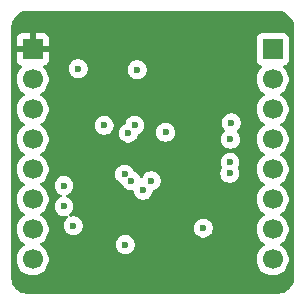
<source format=gbr>
%TF.GenerationSoftware,KiCad,Pcbnew,9.0.5*%
%TF.CreationDate,2025-12-22T17:05:02-05:00*%
%TF.ProjectId,stm32f072cb_breakout,73746d33-3266-4303-9732-63625f627265,rev?*%
%TF.SameCoordinates,Original*%
%TF.FileFunction,Copper,L3,Inr*%
%TF.FilePolarity,Positive*%
%FSLAX46Y46*%
G04 Gerber Fmt 4.6, Leading zero omitted, Abs format (unit mm)*
G04 Created by KiCad (PCBNEW 9.0.5) date 2025-12-22 17:05:02*
%MOMM*%
%LPD*%
G01*
G04 APERTURE LIST*
%TA.AperFunction,ComponentPad*%
%ADD10R,1.700000X1.700000*%
%TD*%
%TA.AperFunction,ComponentPad*%
%ADD11C,1.700000*%
%TD*%
%TA.AperFunction,ViaPad*%
%ADD12C,0.600000*%
%TD*%
G04 APERTURE END LIST*
D10*
%TO.N,USB_D-*%
%TO.C,J2*%
X160670000Y-71170000D03*
D11*
%TO.N,USB_D+*%
X160670000Y-73710000D03*
%TO.N,PA4*%
X160670000Y-76250000D03*
%TO.N,PA3*%
X160670000Y-78790000D03*
%TO.N,PA1*%
X160670000Y-81330000D03*
%TO.N,PA2*%
X160670000Y-83870000D03*
%TO.N,NRST*%
X160670000Y-86410000D03*
%TO.N,GND*%
X160670000Y-88950000D03*
%TD*%
D10*
%TO.N,3v3*%
%TO.C,J1*%
X140350000Y-71170000D03*
D11*
%TO.N,!CS*%
X140350000Y-73710000D03*
%TO.N,BOOT0*%
X140350000Y-76250000D03*
%TO.N,can_rx*%
X140350000Y-78790000D03*
%TO.N,can_tx*%
X140350000Y-81330000D03*
%TO.N,MOSI*%
X140350000Y-83870000D03*
%TO.N,MISO*%
X140350000Y-86410000D03*
%TO.N,SCLK*%
X140350000Y-88950000D03*
%TD*%
D12*
%TO.N,3v3*%
X150825200Y-87706200D03*
%TO.N,GND*%
X157175200Y-77393800D03*
X157099000Y-78790800D03*
X157060465Y-80708065D03*
X157025190Y-81663390D03*
%TO.N,3v3*%
X155270200Y-75488800D03*
X154635200Y-75133200D03*
X154025600Y-75539600D03*
X146608800Y-72796400D03*
%TO.N,GND*%
X151600000Y-78200000D03*
X143000000Y-82700000D03*
X146400000Y-77600000D03*
X144200000Y-72800000D03*
X154800000Y-86300000D03*
X149200000Y-72900000D03*
X148200000Y-87700000D03*
%TO.N,USB_D+*%
X148456137Y-78257179D03*
%TO.N,PA4*%
X150400000Y-82300000D03*
%TO.N,SCLK*%
X148696702Y-82296702D03*
X143800000Y-86100000D03*
%TO.N,MISO*%
X148131015Y-81731015D03*
X143000000Y-84470000D03*
%TO.N,NRST*%
X149700000Y-83100000D03*
%TO.N,USB_D-*%
X149000521Y-77599479D03*
%TD*%
%TA.AperFunction,Conductor*%
%TO.N,3v3*%
G36*
X161004418Y-67900816D02*
G01*
X161204561Y-67915130D01*
X161222063Y-67917647D01*
X161413797Y-67959355D01*
X161430755Y-67964334D01*
X161614609Y-68032909D01*
X161630701Y-68040259D01*
X161802904Y-68134288D01*
X161817784Y-68143849D01*
X161974867Y-68261441D01*
X161988237Y-68273027D01*
X162126972Y-68411762D01*
X162138558Y-68425132D01*
X162256146Y-68582210D01*
X162265711Y-68597095D01*
X162359740Y-68769298D01*
X162367090Y-68785390D01*
X162435662Y-68969236D01*
X162440646Y-68986212D01*
X162482351Y-69177931D01*
X162484869Y-69195442D01*
X162499184Y-69395580D01*
X162499500Y-69404427D01*
X162499500Y-90395572D01*
X162499184Y-90404419D01*
X162484869Y-90604557D01*
X162482351Y-90622068D01*
X162440646Y-90813787D01*
X162435662Y-90830763D01*
X162367090Y-91014609D01*
X162359740Y-91030701D01*
X162265711Y-91202904D01*
X162256146Y-91217789D01*
X162138558Y-91374867D01*
X162126972Y-91388237D01*
X161988237Y-91526972D01*
X161974867Y-91538558D01*
X161817789Y-91656146D01*
X161802904Y-91665711D01*
X161630701Y-91759740D01*
X161614609Y-91767090D01*
X161430763Y-91835662D01*
X161413787Y-91840646D01*
X161222068Y-91882351D01*
X161204557Y-91884869D01*
X161023779Y-91897799D01*
X161004417Y-91899184D01*
X160995572Y-91899500D01*
X140004428Y-91899500D01*
X139995582Y-91899184D01*
X139973622Y-91897613D01*
X139795442Y-91884869D01*
X139777931Y-91882351D01*
X139586212Y-91840646D01*
X139569236Y-91835662D01*
X139385390Y-91767090D01*
X139369298Y-91759740D01*
X139197095Y-91665711D01*
X139182210Y-91656146D01*
X139025132Y-91538558D01*
X139011762Y-91526972D01*
X138873027Y-91388237D01*
X138861441Y-91374867D01*
X138743849Y-91217784D01*
X138734288Y-91202904D01*
X138640259Y-91030701D01*
X138632909Y-91014609D01*
X138572091Y-90851551D01*
X138564334Y-90830755D01*
X138559355Y-90813797D01*
X138517647Y-90622063D01*
X138515130Y-90604556D01*
X138500816Y-90404418D01*
X138500500Y-90395572D01*
X138500500Y-73603713D01*
X138999500Y-73603713D01*
X138999500Y-73816286D01*
X139032753Y-74026239D01*
X139098444Y-74228414D01*
X139194951Y-74417820D01*
X139319890Y-74589786D01*
X139470213Y-74740109D01*
X139642182Y-74865050D01*
X139650946Y-74869516D01*
X139701742Y-74917491D01*
X139718536Y-74985312D01*
X139695998Y-75051447D01*
X139650946Y-75090484D01*
X139642182Y-75094949D01*
X139470213Y-75219890D01*
X139319890Y-75370213D01*
X139194951Y-75542179D01*
X139098444Y-75731585D01*
X139032753Y-75933760D01*
X138999500Y-76143713D01*
X138999500Y-76356287D01*
X139032754Y-76566243D01*
X139071146Y-76684402D01*
X139098444Y-76768414D01*
X139194951Y-76957820D01*
X139319890Y-77129786D01*
X139470213Y-77280109D01*
X139642182Y-77405050D01*
X139650946Y-77409516D01*
X139701742Y-77457491D01*
X139718536Y-77525312D01*
X139695998Y-77591447D01*
X139650946Y-77630484D01*
X139642182Y-77634949D01*
X139470213Y-77759890D01*
X139319890Y-77910213D01*
X139194951Y-78082179D01*
X139098444Y-78271585D01*
X139032753Y-78473760D01*
X139007001Y-78636351D01*
X138999500Y-78683713D01*
X138999500Y-78896287D01*
X139009534Y-78959644D01*
X139019775Y-79024301D01*
X139032754Y-79106243D01*
X139096063Y-79301088D01*
X139098444Y-79308414D01*
X139194951Y-79497820D01*
X139319890Y-79669786D01*
X139470213Y-79820109D01*
X139642182Y-79945050D01*
X139650946Y-79949516D01*
X139701742Y-79997491D01*
X139718536Y-80065312D01*
X139695998Y-80131447D01*
X139650946Y-80170484D01*
X139642182Y-80174949D01*
X139470213Y-80299890D01*
X139319890Y-80450213D01*
X139194951Y-80622179D01*
X139098444Y-80811585D01*
X139032753Y-81013760D01*
X138999500Y-81223713D01*
X138999500Y-81436286D01*
X139023419Y-81587308D01*
X139032754Y-81646243D01*
X139079368Y-81789707D01*
X139098444Y-81848414D01*
X139194951Y-82037820D01*
X139319890Y-82209786D01*
X139470213Y-82360109D01*
X139642182Y-82485050D01*
X139650946Y-82489516D01*
X139701742Y-82537491D01*
X139718536Y-82605312D01*
X139695998Y-82671447D01*
X139650946Y-82710484D01*
X139642182Y-82714949D01*
X139470213Y-82839890D01*
X139319890Y-82990213D01*
X139194951Y-83162179D01*
X139098444Y-83351585D01*
X139032753Y-83553760D01*
X138999500Y-83763713D01*
X138999500Y-83976286D01*
X139032753Y-84186239D01*
X139098444Y-84388414D01*
X139194951Y-84577820D01*
X139319890Y-84749786D01*
X139470213Y-84900109D01*
X139642182Y-85025050D01*
X139650946Y-85029516D01*
X139701742Y-85077491D01*
X139718536Y-85145312D01*
X139695998Y-85211447D01*
X139650946Y-85250484D01*
X139642182Y-85254949D01*
X139470213Y-85379890D01*
X139319890Y-85530213D01*
X139194951Y-85702179D01*
X139098444Y-85891585D01*
X139032753Y-86093760D01*
X138999500Y-86303713D01*
X138999500Y-86516287D01*
X139009534Y-86579644D01*
X139032048Y-86721789D01*
X139032754Y-86726243D01*
X139089373Y-86900499D01*
X139098444Y-86928414D01*
X139194951Y-87117820D01*
X139319890Y-87289786D01*
X139470213Y-87440109D01*
X139642182Y-87565050D01*
X139650946Y-87569516D01*
X139701742Y-87617491D01*
X139718536Y-87685312D01*
X139695998Y-87751447D01*
X139650946Y-87790484D01*
X139642182Y-87794949D01*
X139470213Y-87919890D01*
X139319890Y-88070213D01*
X139194951Y-88242179D01*
X139098444Y-88431585D01*
X139032753Y-88633760D01*
X138999500Y-88843713D01*
X138999500Y-89056286D01*
X139032753Y-89266239D01*
X139098444Y-89468414D01*
X139194951Y-89657820D01*
X139319890Y-89829786D01*
X139470213Y-89980109D01*
X139642179Y-90105048D01*
X139642181Y-90105049D01*
X139642184Y-90105051D01*
X139831588Y-90201557D01*
X140033757Y-90267246D01*
X140243713Y-90300500D01*
X140243714Y-90300500D01*
X140456286Y-90300500D01*
X140456287Y-90300500D01*
X140666243Y-90267246D01*
X140868412Y-90201557D01*
X141057816Y-90105051D01*
X141079789Y-90089086D01*
X141229786Y-89980109D01*
X141229788Y-89980106D01*
X141229792Y-89980104D01*
X141380104Y-89829792D01*
X141380106Y-89829788D01*
X141380109Y-89829786D01*
X141505048Y-89657820D01*
X141505047Y-89657820D01*
X141505051Y-89657816D01*
X141601557Y-89468412D01*
X141667246Y-89266243D01*
X141700500Y-89056287D01*
X141700500Y-88843713D01*
X141667246Y-88633757D01*
X141601557Y-88431588D01*
X141505051Y-88242184D01*
X141505049Y-88242181D01*
X141505048Y-88242179D01*
X141380109Y-88070213D01*
X141229786Y-87919890D01*
X141057820Y-87794951D01*
X141057115Y-87794591D01*
X141049054Y-87790485D01*
X141045819Y-87787428D01*
X141041511Y-87786305D01*
X141020648Y-87763657D01*
X140998259Y-87742512D01*
X140997188Y-87738189D01*
X140994172Y-87734915D01*
X140988865Y-87704584D01*
X140981463Y-87674692D01*
X140982899Y-87670476D01*
X140982132Y-87666091D01*
X140994064Y-87637709D01*
X140999706Y-87621153D01*
X147399500Y-87621153D01*
X147399500Y-87778846D01*
X147430261Y-87933489D01*
X147430264Y-87933501D01*
X147490602Y-88079172D01*
X147490609Y-88079185D01*
X147578210Y-88210288D01*
X147578213Y-88210292D01*
X147689707Y-88321786D01*
X147689711Y-88321789D01*
X147820814Y-88409390D01*
X147820827Y-88409397D01*
X147874402Y-88431588D01*
X147966503Y-88469737D01*
X148121153Y-88500499D01*
X148121156Y-88500500D01*
X148121158Y-88500500D01*
X148278844Y-88500500D01*
X148278845Y-88500499D01*
X148433497Y-88469737D01*
X148579179Y-88409394D01*
X148710289Y-88321789D01*
X148821789Y-88210289D01*
X148909394Y-88079179D01*
X148969737Y-87933497D01*
X149000500Y-87778842D01*
X149000500Y-87621158D01*
X149000500Y-87621155D01*
X149000499Y-87621153D01*
X148995090Y-87593960D01*
X148969737Y-87466503D01*
X148958802Y-87440104D01*
X148909397Y-87320827D01*
X148909390Y-87320814D01*
X148821789Y-87189711D01*
X148821786Y-87189707D01*
X148710292Y-87078213D01*
X148710288Y-87078210D01*
X148579185Y-86990609D01*
X148579172Y-86990602D01*
X148433501Y-86930264D01*
X148433489Y-86930261D01*
X148278845Y-86899500D01*
X148278842Y-86899500D01*
X148121158Y-86899500D01*
X148121155Y-86899500D01*
X147966510Y-86930261D01*
X147966498Y-86930264D01*
X147820827Y-86990602D01*
X147820814Y-86990609D01*
X147689711Y-87078210D01*
X147689707Y-87078213D01*
X147578213Y-87189707D01*
X147578210Y-87189711D01*
X147490609Y-87320814D01*
X147490602Y-87320827D01*
X147430264Y-87466498D01*
X147430261Y-87466510D01*
X147399500Y-87621153D01*
X140999706Y-87621153D01*
X141003999Y-87608556D01*
X141007972Y-87604631D01*
X141009212Y-87601683D01*
X141018777Y-87593960D01*
X141035170Y-87577770D01*
X141041839Y-87573191D01*
X141057816Y-87565051D01*
X141229792Y-87440104D01*
X141380104Y-87289792D01*
X141380106Y-87289788D01*
X141380109Y-87289786D01*
X141505048Y-87117820D01*
X141505047Y-87117820D01*
X141505051Y-87117816D01*
X141601557Y-86928412D01*
X141667246Y-86726243D01*
X141700500Y-86516287D01*
X141700500Y-86303713D01*
X141667246Y-86093757D01*
X141601557Y-85891588D01*
X141505051Y-85702184D01*
X141505049Y-85702181D01*
X141505048Y-85702179D01*
X141380109Y-85530213D01*
X141229786Y-85379890D01*
X141057820Y-85254951D01*
X141049233Y-85250576D01*
X141049054Y-85250485D01*
X140998259Y-85202512D01*
X140981463Y-85134692D01*
X141003999Y-85068556D01*
X141049054Y-85029515D01*
X141057816Y-85025051D01*
X141119426Y-84980289D01*
X141229786Y-84900109D01*
X141229788Y-84900106D01*
X141229792Y-84900104D01*
X141380104Y-84749792D01*
X141380106Y-84749788D01*
X141380109Y-84749786D01*
X141505048Y-84577820D01*
X141505047Y-84577820D01*
X141505051Y-84577816D01*
X141601557Y-84388412D01*
X141667246Y-84186243D01*
X141700500Y-83976287D01*
X141700500Y-83763713D01*
X141667246Y-83553757D01*
X141601557Y-83351588D01*
X141505051Y-83162184D01*
X141505049Y-83162181D01*
X141505048Y-83162179D01*
X141380109Y-82990213D01*
X141229790Y-82839894D01*
X141229785Y-82839890D01*
X141063556Y-82719118D01*
X141063546Y-82719112D01*
X141057816Y-82714949D01*
X141046026Y-82708942D01*
X141043093Y-82707239D01*
X141021288Y-82684261D01*
X140998259Y-82662512D01*
X140997414Y-82659103D01*
X140994998Y-82656557D01*
X140989077Y-82625436D01*
X140988016Y-82621153D01*
X142199500Y-82621153D01*
X142199500Y-82778846D01*
X142230261Y-82933489D01*
X142230264Y-82933501D01*
X142290602Y-83079172D01*
X142290609Y-83079185D01*
X142378210Y-83210288D01*
X142378213Y-83210292D01*
X142489707Y-83321786D01*
X142489711Y-83321789D01*
X142620814Y-83409390D01*
X142620827Y-83409397D01*
X142768197Y-83470439D01*
X142822601Y-83514280D01*
X142844666Y-83580574D01*
X142827387Y-83648273D01*
X142776250Y-83695884D01*
X142768197Y-83699561D01*
X142620827Y-83760602D01*
X142620814Y-83760609D01*
X142489711Y-83848210D01*
X142489707Y-83848213D01*
X142378213Y-83959707D01*
X142378210Y-83959711D01*
X142290609Y-84090814D01*
X142290602Y-84090827D01*
X142230264Y-84236498D01*
X142230261Y-84236510D01*
X142199500Y-84391153D01*
X142199500Y-84548846D01*
X142230261Y-84703489D01*
X142230264Y-84703501D01*
X142290602Y-84849172D01*
X142290609Y-84849185D01*
X142378210Y-84980288D01*
X142378213Y-84980292D01*
X142489707Y-85091786D01*
X142489711Y-85091789D01*
X142620814Y-85179390D01*
X142620827Y-85179397D01*
X142698204Y-85211447D01*
X142766503Y-85239737D01*
X142921153Y-85270499D01*
X142921156Y-85270500D01*
X142921158Y-85270500D01*
X143078844Y-85270500D01*
X143179458Y-85250486D01*
X143210310Y-85244349D01*
X143279902Y-85250576D01*
X143335079Y-85293439D01*
X143358324Y-85359328D01*
X143342257Y-85427325D01*
X143303395Y-85469067D01*
X143289709Y-85478211D01*
X143178213Y-85589707D01*
X143178210Y-85589711D01*
X143090609Y-85720814D01*
X143090602Y-85720827D01*
X143030264Y-85866498D01*
X143030261Y-85866510D01*
X142999500Y-86021153D01*
X142999500Y-86178846D01*
X143030261Y-86333489D01*
X143030264Y-86333501D01*
X143090602Y-86479172D01*
X143090609Y-86479185D01*
X143178210Y-86610288D01*
X143178213Y-86610292D01*
X143289707Y-86721786D01*
X143289711Y-86721789D01*
X143420814Y-86809390D01*
X143420827Y-86809397D01*
X143566498Y-86869735D01*
X143566503Y-86869737D01*
X143716131Y-86899500D01*
X143721153Y-86900499D01*
X143721156Y-86900500D01*
X143721158Y-86900500D01*
X143878844Y-86900500D01*
X143878845Y-86900499D01*
X144033497Y-86869737D01*
X144179179Y-86809394D01*
X144310289Y-86721789D01*
X144421789Y-86610289D01*
X144509394Y-86479179D01*
X144569737Y-86333497D01*
X144592083Y-86221158D01*
X144592084Y-86221153D01*
X153999500Y-86221153D01*
X153999500Y-86378846D01*
X154030261Y-86533489D01*
X154030264Y-86533501D01*
X154090602Y-86679172D01*
X154090609Y-86679185D01*
X154178210Y-86810288D01*
X154178213Y-86810292D01*
X154289707Y-86921786D01*
X154289711Y-86921789D01*
X154420814Y-87009390D01*
X154420827Y-87009397D01*
X154566498Y-87069735D01*
X154566503Y-87069737D01*
X154721153Y-87100499D01*
X154721156Y-87100500D01*
X154721158Y-87100500D01*
X154878844Y-87100500D01*
X154878845Y-87100499D01*
X155033497Y-87069737D01*
X155179179Y-87009394D01*
X155310289Y-86921789D01*
X155421789Y-86810289D01*
X155509394Y-86679179D01*
X155569737Y-86533497D01*
X155600500Y-86378842D01*
X155600500Y-86221158D01*
X155600500Y-86221155D01*
X155600499Y-86221153D01*
X155594476Y-86190874D01*
X155569737Y-86066503D01*
X155550955Y-86021158D01*
X155509397Y-85920827D01*
X155509390Y-85920814D01*
X155421789Y-85789711D01*
X155421786Y-85789707D01*
X155310292Y-85678213D01*
X155310288Y-85678210D01*
X155179185Y-85590609D01*
X155179172Y-85590602D01*
X155033501Y-85530264D01*
X155033489Y-85530261D01*
X154878845Y-85499500D01*
X154878842Y-85499500D01*
X154721158Y-85499500D01*
X154721155Y-85499500D01*
X154566510Y-85530261D01*
X154566498Y-85530264D01*
X154420827Y-85590602D01*
X154420814Y-85590609D01*
X154289711Y-85678210D01*
X154289707Y-85678213D01*
X154178213Y-85789707D01*
X154178210Y-85789711D01*
X154090609Y-85920814D01*
X154090602Y-85920827D01*
X154030264Y-86066498D01*
X154030261Y-86066510D01*
X153999500Y-86221153D01*
X144592084Y-86221153D01*
X144598107Y-86190875D01*
X144598107Y-86190874D01*
X144600500Y-86178844D01*
X144600500Y-86021155D01*
X144600499Y-86021153D01*
X144580543Y-85920827D01*
X144569737Y-85866503D01*
X144537929Y-85789711D01*
X144509397Y-85720827D01*
X144509390Y-85720814D01*
X144421789Y-85589711D01*
X144421786Y-85589707D01*
X144310292Y-85478213D01*
X144310288Y-85478210D01*
X144179185Y-85390609D01*
X144179172Y-85390602D01*
X144033501Y-85330264D01*
X144033489Y-85330261D01*
X143878845Y-85299500D01*
X143878842Y-85299500D01*
X143721158Y-85299500D01*
X143721153Y-85299500D01*
X143589688Y-85325650D01*
X143520096Y-85319423D01*
X143464919Y-85276560D01*
X143441675Y-85210670D01*
X143457743Y-85142673D01*
X143496607Y-85100930D01*
X143510289Y-85091789D01*
X143621789Y-84980289D01*
X143709394Y-84849179D01*
X143769737Y-84703497D01*
X143800500Y-84548842D01*
X143800500Y-84391158D01*
X143800500Y-84391155D01*
X143800499Y-84391153D01*
X143769738Y-84236510D01*
X143769737Y-84236503D01*
X143748917Y-84186239D01*
X143709397Y-84090827D01*
X143709390Y-84090814D01*
X143621789Y-83959711D01*
X143621786Y-83959707D01*
X143510292Y-83848213D01*
X143510288Y-83848210D01*
X143379185Y-83760609D01*
X143379172Y-83760602D01*
X143231802Y-83699561D01*
X143177398Y-83655721D01*
X143155333Y-83589427D01*
X143172612Y-83521727D01*
X143223749Y-83474116D01*
X143231802Y-83470439D01*
X143379172Y-83409397D01*
X143379172Y-83409396D01*
X143379179Y-83409394D01*
X143510289Y-83321789D01*
X143621789Y-83210289D01*
X143709394Y-83079179D01*
X143769737Y-82933497D01*
X143800500Y-82778842D01*
X143800500Y-82621158D01*
X143800500Y-82621155D01*
X143800499Y-82621153D01*
X143796291Y-82600000D01*
X143769737Y-82466503D01*
X143755912Y-82433127D01*
X143709397Y-82320827D01*
X143709390Y-82320814D01*
X143621789Y-82189711D01*
X143621786Y-82189707D01*
X143510292Y-82078213D01*
X143510288Y-82078210D01*
X143379185Y-81990609D01*
X143379172Y-81990602D01*
X143233501Y-81930264D01*
X143233489Y-81930261D01*
X143078845Y-81899500D01*
X143078842Y-81899500D01*
X142921158Y-81899500D01*
X142921155Y-81899500D01*
X142766510Y-81930261D01*
X142766498Y-81930264D01*
X142620827Y-81990602D01*
X142620814Y-81990609D01*
X142489711Y-82078210D01*
X142489707Y-82078213D01*
X142378213Y-82189707D01*
X142378210Y-82189711D01*
X142290609Y-82320814D01*
X142290602Y-82320827D01*
X142230264Y-82466498D01*
X142230261Y-82466510D01*
X142199500Y-82621153D01*
X140988016Y-82621153D01*
X140981463Y-82594692D01*
X140982595Y-82591368D01*
X140981939Y-82587919D01*
X140993783Y-82558536D01*
X141003999Y-82528556D01*
X141006871Y-82526067D01*
X141008061Y-82523116D01*
X141020214Y-82514505D01*
X141049054Y-82489515D01*
X141057816Y-82485051D01*
X141119261Y-82440409D01*
X141229786Y-82360109D01*
X141229788Y-82360106D01*
X141229792Y-82360104D01*
X141380104Y-82209792D01*
X141380106Y-82209788D01*
X141380109Y-82209786D01*
X141505048Y-82037820D01*
X141505047Y-82037820D01*
X141505051Y-82037816D01*
X141601557Y-81848412D01*
X141665321Y-81652168D01*
X147330515Y-81652168D01*
X147330515Y-81809861D01*
X147361276Y-81964504D01*
X147361279Y-81964516D01*
X147421617Y-82110187D01*
X147421624Y-82110200D01*
X147509225Y-82241303D01*
X147509228Y-82241307D01*
X147620722Y-82352801D01*
X147620726Y-82352804D01*
X147751829Y-82440405D01*
X147751842Y-82440412D01*
X147870886Y-82489721D01*
X147925290Y-82533561D01*
X147937995Y-82556829D01*
X147987306Y-82675878D01*
X147987311Y-82675887D01*
X148074912Y-82806990D01*
X148074915Y-82806994D01*
X148186409Y-82918488D01*
X148186413Y-82918491D01*
X148317516Y-83006092D01*
X148317529Y-83006099D01*
X148463200Y-83066437D01*
X148463205Y-83066439D01*
X148612777Y-83096191D01*
X148617855Y-83097201D01*
X148617858Y-83097202D01*
X148781496Y-83097202D01*
X148848535Y-83116887D01*
X148894290Y-83169691D01*
X148903113Y-83197010D01*
X148930261Y-83333491D01*
X148930264Y-83333501D01*
X148990602Y-83479172D01*
X148990609Y-83479185D01*
X149078210Y-83610288D01*
X149078213Y-83610292D01*
X149189707Y-83721786D01*
X149189711Y-83721789D01*
X149320814Y-83809390D01*
X149320827Y-83809397D01*
X149414534Y-83848211D01*
X149466503Y-83869737D01*
X149621153Y-83900499D01*
X149621156Y-83900500D01*
X149621158Y-83900500D01*
X149778844Y-83900500D01*
X149778845Y-83900499D01*
X149933497Y-83869737D01*
X150079179Y-83809394D01*
X150210289Y-83721789D01*
X150321789Y-83610289D01*
X150409394Y-83479179D01*
X150469737Y-83333497D01*
X150494245Y-83210288D01*
X150501454Y-83174049D01*
X150533839Y-83112138D01*
X150594555Y-83077564D01*
X150598880Y-83076623D01*
X150611353Y-83074141D01*
X150633497Y-83069737D01*
X150779179Y-83009394D01*
X150910289Y-82921789D01*
X151021789Y-82810289D01*
X151109394Y-82679179D01*
X151169737Y-82533497D01*
X151200500Y-82378842D01*
X151200500Y-82221158D01*
X151200500Y-82221155D01*
X151200499Y-82221153D01*
X151191056Y-82173679D01*
X151169737Y-82066503D01*
X151159823Y-82042569D01*
X151109397Y-81920827D01*
X151109390Y-81920814D01*
X151021789Y-81789711D01*
X151021786Y-81789707D01*
X150910292Y-81678213D01*
X150910287Y-81678209D01*
X150779185Y-81590609D01*
X150779172Y-81590602D01*
X150764544Y-81584543D01*
X156224690Y-81584543D01*
X156224690Y-81742236D01*
X156255451Y-81896879D01*
X156255454Y-81896891D01*
X156315792Y-82042562D01*
X156315799Y-82042575D01*
X156403400Y-82173678D01*
X156403403Y-82173682D01*
X156514897Y-82285176D01*
X156514901Y-82285179D01*
X156646004Y-82372780D01*
X156646017Y-82372787D01*
X156791688Y-82433125D01*
X156791693Y-82433127D01*
X156946343Y-82463889D01*
X156946346Y-82463890D01*
X156946348Y-82463890D01*
X157104034Y-82463890D01*
X157104035Y-82463889D01*
X157258687Y-82433127D01*
X157404369Y-82372784D01*
X157535479Y-82285179D01*
X157646979Y-82173679D01*
X157734584Y-82042569D01*
X157794927Y-81896887D01*
X157825690Y-81742232D01*
X157825690Y-81584548D01*
X157825690Y-81584545D01*
X157825689Y-81584543D01*
X157814892Y-81530263D01*
X157794927Y-81429893D01*
X157794925Y-81429888D01*
X157734587Y-81284217D01*
X157734580Y-81284204D01*
X157732451Y-81281018D01*
X157731847Y-81279092D01*
X157731711Y-81278836D01*
X157731759Y-81278810D01*
X157711570Y-81214342D01*
X157730052Y-81146961D01*
X157732423Y-81143269D01*
X157769859Y-81087244D01*
X157830202Y-80941562D01*
X157860965Y-80786907D01*
X157860965Y-80629223D01*
X157860965Y-80629220D01*
X157860964Y-80629218D01*
X157830203Y-80474575D01*
X157830202Y-80474568D01*
X157820112Y-80450208D01*
X157769862Y-80328892D01*
X157769855Y-80328879D01*
X157682254Y-80197776D01*
X157682251Y-80197772D01*
X157570757Y-80086278D01*
X157570753Y-80086275D01*
X157439650Y-79998674D01*
X157439637Y-79998667D01*
X157293966Y-79938329D01*
X157293954Y-79938326D01*
X157139310Y-79907565D01*
X157139307Y-79907565D01*
X156981623Y-79907565D01*
X156981620Y-79907565D01*
X156826975Y-79938326D01*
X156826963Y-79938329D01*
X156681292Y-79998667D01*
X156681279Y-79998674D01*
X156550176Y-80086275D01*
X156550172Y-80086278D01*
X156438678Y-80197772D01*
X156438675Y-80197776D01*
X156351074Y-80328879D01*
X156351067Y-80328892D01*
X156290729Y-80474563D01*
X156290726Y-80474575D01*
X156259965Y-80629218D01*
X156259965Y-80786911D01*
X156290726Y-80941554D01*
X156290729Y-80941566D01*
X156351067Y-81087237D01*
X156351075Y-81087251D01*
X156353205Y-81090439D01*
X156353807Y-81092364D01*
X156353944Y-81092619D01*
X156353895Y-81092644D01*
X156374084Y-81157116D01*
X156355600Y-81224496D01*
X156353207Y-81228221D01*
X156315794Y-81284214D01*
X156255454Y-81429888D01*
X156255451Y-81429900D01*
X156224690Y-81584543D01*
X150764544Y-81584543D01*
X150633501Y-81530264D01*
X150633489Y-81530261D01*
X150478845Y-81499500D01*
X150478842Y-81499500D01*
X150321158Y-81499500D01*
X150321155Y-81499500D01*
X150166510Y-81530261D01*
X150166498Y-81530264D01*
X150020827Y-81590602D01*
X150020814Y-81590609D01*
X149889711Y-81678210D01*
X149889707Y-81678213D01*
X149778213Y-81789707D01*
X149778210Y-81789711D01*
X149690609Y-81920814D01*
X149690604Y-81920823D01*
X149663595Y-81986031D01*
X149619754Y-82040434D01*
X149553460Y-82062499D01*
X149485761Y-82045220D01*
X149438150Y-81994083D01*
X149434473Y-81986031D01*
X149406097Y-81917525D01*
X149406092Y-81917516D01*
X149318491Y-81786413D01*
X149318488Y-81786409D01*
X149206994Y-81674915D01*
X149206990Y-81674912D01*
X149075887Y-81587311D01*
X149075878Y-81587306D01*
X148956829Y-81537995D01*
X148902426Y-81494154D01*
X148889721Y-81470886D01*
X148840412Y-81351842D01*
X148840405Y-81351829D01*
X148752804Y-81220726D01*
X148752801Y-81220722D01*
X148641307Y-81109228D01*
X148641303Y-81109225D01*
X148510200Y-81021624D01*
X148510187Y-81021617D01*
X148364516Y-80961279D01*
X148364504Y-80961276D01*
X148209860Y-80930515D01*
X148209857Y-80930515D01*
X148052173Y-80930515D01*
X148052170Y-80930515D01*
X147897525Y-80961276D01*
X147897513Y-80961279D01*
X147751842Y-81021617D01*
X147751829Y-81021624D01*
X147620726Y-81109225D01*
X147620722Y-81109228D01*
X147509228Y-81220722D01*
X147509225Y-81220726D01*
X147421624Y-81351829D01*
X147421617Y-81351842D01*
X147361279Y-81497513D01*
X147361276Y-81497525D01*
X147330515Y-81652168D01*
X141665321Y-81652168D01*
X141667246Y-81646243D01*
X141700500Y-81436287D01*
X141700500Y-81223713D01*
X141667246Y-81013757D01*
X141601557Y-80811588D01*
X141505051Y-80622184D01*
X141505049Y-80622181D01*
X141505048Y-80622179D01*
X141380109Y-80450213D01*
X141229786Y-80299890D01*
X141057820Y-80174951D01*
X141057115Y-80174591D01*
X141049054Y-80170485D01*
X140998259Y-80122512D01*
X140981463Y-80054692D01*
X141003999Y-79988556D01*
X141049054Y-79949515D01*
X141057816Y-79945051D01*
X141079789Y-79929086D01*
X141229786Y-79820109D01*
X141229788Y-79820106D01*
X141229792Y-79820104D01*
X141380104Y-79669792D01*
X141380106Y-79669788D01*
X141380109Y-79669786D01*
X141505048Y-79497820D01*
X141505047Y-79497820D01*
X141505051Y-79497816D01*
X141601557Y-79308412D01*
X141667246Y-79106243D01*
X141700500Y-78896287D01*
X141700500Y-78683713D01*
X141667246Y-78473757D01*
X141601557Y-78271588D01*
X141505051Y-78082184D01*
X141505049Y-78082181D01*
X141505048Y-78082179D01*
X141380109Y-77910213D01*
X141229786Y-77759890D01*
X141057820Y-77634951D01*
X141057115Y-77634591D01*
X141049054Y-77630485D01*
X141039900Y-77621839D01*
X141028232Y-77617103D01*
X141014979Y-77598303D01*
X140998259Y-77582512D01*
X140995231Y-77570289D01*
X140987976Y-77559996D01*
X140986991Y-77537014D01*
X140983063Y-77521153D01*
X145599500Y-77521153D01*
X145599500Y-77678846D01*
X145630261Y-77833489D01*
X145630264Y-77833501D01*
X145690602Y-77979172D01*
X145690609Y-77979185D01*
X145778210Y-78110288D01*
X145778213Y-78110292D01*
X145889707Y-78221786D01*
X145889711Y-78221789D01*
X146020814Y-78309390D01*
X146020827Y-78309397D01*
X146166498Y-78369735D01*
X146166503Y-78369737D01*
X146321153Y-78400499D01*
X146321156Y-78400500D01*
X146321158Y-78400500D01*
X146478844Y-78400500D01*
X146478845Y-78400499D01*
X146633497Y-78369737D01*
X146779179Y-78309394D01*
X146910289Y-78221789D01*
X146953746Y-78178332D01*
X147655637Y-78178332D01*
X147655637Y-78336025D01*
X147686398Y-78490668D01*
X147686401Y-78490680D01*
X147746739Y-78636351D01*
X147746746Y-78636364D01*
X147834347Y-78767467D01*
X147834350Y-78767471D01*
X147945844Y-78878965D01*
X147945848Y-78878968D01*
X148076951Y-78966569D01*
X148076964Y-78966576D01*
X148216298Y-79024289D01*
X148222640Y-79026916D01*
X148377290Y-79057678D01*
X148377293Y-79057679D01*
X148377295Y-79057679D01*
X148534981Y-79057679D01*
X148534982Y-79057678D01*
X148689634Y-79026916D01*
X148827675Y-78969738D01*
X148835309Y-78966576D01*
X148835309Y-78966575D01*
X148835316Y-78966573D01*
X148966426Y-78878968D01*
X149077926Y-78767468D01*
X149165531Y-78636358D01*
X149225874Y-78490676D01*
X149238541Y-78426990D01*
X149270924Y-78365082D01*
X149312703Y-78336623D01*
X149379700Y-78308873D01*
X149510810Y-78221268D01*
X149610925Y-78121153D01*
X150799500Y-78121153D01*
X150799500Y-78278846D01*
X150830261Y-78433489D01*
X150830264Y-78433501D01*
X150890602Y-78579172D01*
X150890609Y-78579185D01*
X150978210Y-78710288D01*
X150978213Y-78710292D01*
X151089707Y-78821786D01*
X151089711Y-78821789D01*
X151220814Y-78909390D01*
X151220827Y-78909397D01*
X151366498Y-78969735D01*
X151366503Y-78969737D01*
X151521153Y-79000499D01*
X151521156Y-79000500D01*
X151521158Y-79000500D01*
X151678844Y-79000500D01*
X151678845Y-79000499D01*
X151833497Y-78969737D01*
X151979179Y-78909394D01*
X152110289Y-78821789D01*
X152220125Y-78711953D01*
X156298500Y-78711953D01*
X156298500Y-78869646D01*
X156329261Y-79024289D01*
X156329264Y-79024301D01*
X156389602Y-79169972D01*
X156389609Y-79169985D01*
X156477210Y-79301088D01*
X156477213Y-79301092D01*
X156588707Y-79412586D01*
X156588711Y-79412589D01*
X156719814Y-79500190D01*
X156719827Y-79500197D01*
X156865498Y-79560535D01*
X156865503Y-79560537D01*
X157020153Y-79591299D01*
X157020156Y-79591300D01*
X157020158Y-79591300D01*
X157177844Y-79591300D01*
X157177845Y-79591299D01*
X157332497Y-79560537D01*
X157478179Y-79500194D01*
X157609289Y-79412589D01*
X157720789Y-79301089D01*
X157808394Y-79169979D01*
X157868737Y-79024297D01*
X157899500Y-78869642D01*
X157899500Y-78711958D01*
X157899500Y-78711955D01*
X157899499Y-78711953D01*
X157884461Y-78636351D01*
X157868737Y-78557303D01*
X157841140Y-78490677D01*
X157808397Y-78411627D01*
X157808390Y-78411614D01*
X157720789Y-78280511D01*
X157720786Y-78280507D01*
X157654681Y-78214402D01*
X157621196Y-78153079D01*
X157626180Y-78083387D01*
X157668052Y-78027454D01*
X157673451Y-78023632D01*
X157685489Y-78015589D01*
X157796989Y-77904089D01*
X157884594Y-77772979D01*
X157944937Y-77627297D01*
X157975700Y-77472642D01*
X157975700Y-77314958D01*
X157975700Y-77314955D01*
X157975699Y-77314953D01*
X157944938Y-77160310D01*
X157944937Y-77160303D01*
X157915697Y-77089711D01*
X157884597Y-77014627D01*
X157884590Y-77014614D01*
X157796989Y-76883511D01*
X157796986Y-76883507D01*
X157685492Y-76772013D01*
X157685488Y-76772010D01*
X157554385Y-76684409D01*
X157554372Y-76684402D01*
X157408701Y-76624064D01*
X157408689Y-76624061D01*
X157254045Y-76593300D01*
X157254042Y-76593300D01*
X157096358Y-76593300D01*
X157096355Y-76593300D01*
X156941710Y-76624061D01*
X156941698Y-76624064D01*
X156796027Y-76684402D01*
X156796014Y-76684409D01*
X156664911Y-76772010D01*
X156664907Y-76772013D01*
X156553413Y-76883507D01*
X156553410Y-76883511D01*
X156465809Y-77014614D01*
X156465802Y-77014627D01*
X156405464Y-77160298D01*
X156405461Y-77160310D01*
X156374700Y-77314953D01*
X156374700Y-77472646D01*
X156405461Y-77627289D01*
X156405464Y-77627301D01*
X156465802Y-77772972D01*
X156465809Y-77772985D01*
X156553410Y-77904088D01*
X156553413Y-77904092D01*
X156619518Y-77970197D01*
X156653003Y-78031520D01*
X156648019Y-78101212D01*
X156606147Y-78157145D01*
X156600733Y-78160977D01*
X156588711Y-78169010D01*
X156588707Y-78169013D01*
X156477213Y-78280507D01*
X156477210Y-78280511D01*
X156389609Y-78411614D01*
X156389602Y-78411627D01*
X156329264Y-78557298D01*
X156329261Y-78557310D01*
X156298500Y-78711953D01*
X152220125Y-78711953D01*
X152221789Y-78710289D01*
X152309394Y-78579179D01*
X152369737Y-78433497D01*
X152400500Y-78278842D01*
X152400500Y-78121158D01*
X152400500Y-78121155D01*
X152400499Y-78121153D01*
X152396959Y-78103355D01*
X152369737Y-77966503D01*
X152343886Y-77904092D01*
X152309397Y-77820827D01*
X152309390Y-77820814D01*
X152221789Y-77689711D01*
X152221786Y-77689707D01*
X152110292Y-77578213D01*
X152110288Y-77578210D01*
X151979185Y-77490609D01*
X151979172Y-77490602D01*
X151833501Y-77430264D01*
X151833489Y-77430261D01*
X151678845Y-77399500D01*
X151678842Y-77399500D01*
X151521158Y-77399500D01*
X151521155Y-77399500D01*
X151366510Y-77430261D01*
X151366498Y-77430264D01*
X151220827Y-77490602D01*
X151220814Y-77490609D01*
X151089711Y-77578210D01*
X151089707Y-77578213D01*
X150978213Y-77689707D01*
X150978210Y-77689711D01*
X150890609Y-77820814D01*
X150890602Y-77820827D01*
X150830264Y-77966498D01*
X150830261Y-77966510D01*
X150799500Y-78121153D01*
X149610925Y-78121153D01*
X149622310Y-78109768D01*
X149679827Y-78023689D01*
X149709911Y-77978664D01*
X149709911Y-77978663D01*
X149709915Y-77978658D01*
X149770258Y-77832976D01*
X149801021Y-77678321D01*
X149801021Y-77520637D01*
X149801021Y-77520634D01*
X149801020Y-77520632D01*
X149795856Y-77494671D01*
X149770258Y-77365982D01*
X149770256Y-77365977D01*
X149709918Y-77220306D01*
X149709911Y-77220293D01*
X149622310Y-77089190D01*
X149622307Y-77089186D01*
X149510813Y-76977692D01*
X149510809Y-76977689D01*
X149379706Y-76890088D01*
X149379693Y-76890081D01*
X149234022Y-76829743D01*
X149234010Y-76829740D01*
X149079366Y-76798979D01*
X149079363Y-76798979D01*
X148921679Y-76798979D01*
X148921676Y-76798979D01*
X148767031Y-76829740D01*
X148767019Y-76829743D01*
X148621348Y-76890081D01*
X148621335Y-76890088D01*
X148490232Y-76977689D01*
X148490228Y-76977692D01*
X148378734Y-77089186D01*
X148378731Y-77089190D01*
X148291130Y-77220293D01*
X148291123Y-77220306D01*
X148230784Y-77365979D01*
X148230782Y-77365986D01*
X148218115Y-77429666D01*
X148185729Y-77491577D01*
X148143953Y-77520033D01*
X148076963Y-77547782D01*
X148076951Y-77547788D01*
X147945848Y-77635389D01*
X147945844Y-77635392D01*
X147834350Y-77746886D01*
X147834347Y-77746890D01*
X147746746Y-77877993D01*
X147746739Y-77878006D01*
X147686401Y-78023677D01*
X147686398Y-78023689D01*
X147655637Y-78178332D01*
X146953746Y-78178332D01*
X147021789Y-78110289D01*
X147109394Y-77979179D01*
X147113115Y-77970197D01*
X147137960Y-77910213D01*
X147169737Y-77833497D01*
X147200500Y-77678842D01*
X147200500Y-77521158D01*
X147200500Y-77521155D01*
X147200499Y-77521153D01*
X147190850Y-77472644D01*
X147169737Y-77366503D01*
X147148387Y-77314958D01*
X147109397Y-77220827D01*
X147109390Y-77220814D01*
X147021789Y-77089711D01*
X147021786Y-77089707D01*
X146910292Y-76978213D01*
X146910288Y-76978210D01*
X146779185Y-76890609D01*
X146779172Y-76890602D01*
X146633501Y-76830264D01*
X146633489Y-76830261D01*
X146478845Y-76799500D01*
X146478842Y-76799500D01*
X146321158Y-76799500D01*
X146321155Y-76799500D01*
X146166510Y-76830261D01*
X146166498Y-76830264D01*
X146020827Y-76890602D01*
X146020814Y-76890609D01*
X145889711Y-76978210D01*
X145889707Y-76978213D01*
X145778213Y-77089707D01*
X145778210Y-77089711D01*
X145690609Y-77220814D01*
X145690602Y-77220827D01*
X145630264Y-77366498D01*
X145630261Y-77366510D01*
X145599500Y-77521153D01*
X140983063Y-77521153D01*
X140981463Y-77514692D01*
X140985524Y-77502773D01*
X140984985Y-77490190D01*
X140996581Y-77470325D01*
X141003999Y-77448556D01*
X141014703Y-77439280D01*
X141020209Y-77429849D01*
X141049053Y-77409515D01*
X141057816Y-77405051D01*
X141111590Y-77365982D01*
X141229786Y-77280109D01*
X141229788Y-77280106D01*
X141229792Y-77280104D01*
X141380104Y-77129792D01*
X141380106Y-77129788D01*
X141380109Y-77129786D01*
X141505048Y-76957820D01*
X141505047Y-76957820D01*
X141505051Y-76957816D01*
X141601557Y-76768412D01*
X141667246Y-76566243D01*
X141700500Y-76356287D01*
X141700500Y-76143713D01*
X141667246Y-75933757D01*
X141601557Y-75731588D01*
X141505051Y-75542184D01*
X141505049Y-75542181D01*
X141505048Y-75542179D01*
X141380109Y-75370213D01*
X141229786Y-75219890D01*
X141057820Y-75094951D01*
X141057115Y-75094591D01*
X141049054Y-75090485D01*
X140998259Y-75042512D01*
X140981463Y-74974692D01*
X141003999Y-74908556D01*
X141049054Y-74869515D01*
X141057816Y-74865051D01*
X141079789Y-74849086D01*
X141229786Y-74740109D01*
X141229788Y-74740106D01*
X141229792Y-74740104D01*
X141380104Y-74589792D01*
X141380106Y-74589788D01*
X141380109Y-74589786D01*
X141505048Y-74417820D01*
X141505047Y-74417820D01*
X141505051Y-74417816D01*
X141601557Y-74228412D01*
X141667246Y-74026243D01*
X141700500Y-73816287D01*
X141700500Y-73603713D01*
X141667246Y-73393757D01*
X141601557Y-73191588D01*
X141505051Y-73002184D01*
X141505049Y-73002181D01*
X141505048Y-73002179D01*
X141380109Y-72830213D01*
X141271049Y-72721153D01*
X143399500Y-72721153D01*
X143399500Y-72878846D01*
X143430261Y-73033489D01*
X143430264Y-73033501D01*
X143490602Y-73179172D01*
X143490609Y-73179185D01*
X143578210Y-73310288D01*
X143578213Y-73310292D01*
X143689707Y-73421786D01*
X143689711Y-73421789D01*
X143820814Y-73509390D01*
X143820827Y-73509397D01*
X143966498Y-73569735D01*
X143966503Y-73569737D01*
X144121153Y-73600499D01*
X144121156Y-73600500D01*
X144121158Y-73600500D01*
X144278844Y-73600500D01*
X144278845Y-73600499D01*
X144433497Y-73569737D01*
X144579179Y-73509394D01*
X144710289Y-73421789D01*
X144821789Y-73310289D01*
X144909394Y-73179179D01*
X144969737Y-73033497D01*
X145000500Y-72878842D01*
X145000500Y-72821153D01*
X148399500Y-72821153D01*
X148399500Y-72978846D01*
X148430261Y-73133489D01*
X148430264Y-73133501D01*
X148490602Y-73279172D01*
X148490609Y-73279185D01*
X148578210Y-73410288D01*
X148578213Y-73410292D01*
X148689707Y-73521786D01*
X148689711Y-73521789D01*
X148820814Y-73609390D01*
X148820827Y-73609397D01*
X148966498Y-73669735D01*
X148966503Y-73669737D01*
X149121153Y-73700499D01*
X149121156Y-73700500D01*
X149121158Y-73700500D01*
X149278844Y-73700500D01*
X149278845Y-73700499D01*
X149433497Y-73669737D01*
X149579179Y-73609394D01*
X149710289Y-73521789D01*
X149821789Y-73410289D01*
X149909394Y-73279179D01*
X149969737Y-73133497D01*
X150000500Y-72978842D01*
X150000500Y-72821158D01*
X150000500Y-72821155D01*
X150000499Y-72821153D01*
X149969737Y-72666503D01*
X149936250Y-72585658D01*
X149909397Y-72520827D01*
X149909390Y-72520814D01*
X149821789Y-72389711D01*
X149821786Y-72389707D01*
X149710292Y-72278213D01*
X149710288Y-72278210D01*
X149579185Y-72190609D01*
X149579172Y-72190602D01*
X149433501Y-72130264D01*
X149433489Y-72130261D01*
X149278845Y-72099500D01*
X149278842Y-72099500D01*
X149121158Y-72099500D01*
X149121155Y-72099500D01*
X148966510Y-72130261D01*
X148966498Y-72130264D01*
X148820827Y-72190602D01*
X148820814Y-72190609D01*
X148689711Y-72278210D01*
X148689707Y-72278213D01*
X148578213Y-72389707D01*
X148578210Y-72389711D01*
X148490609Y-72520814D01*
X148490602Y-72520827D01*
X148430264Y-72666498D01*
X148430261Y-72666510D01*
X148399500Y-72821153D01*
X145000500Y-72821153D01*
X145000500Y-72721158D01*
X145000500Y-72721155D01*
X145000499Y-72721153D01*
X144999531Y-72716285D01*
X144969737Y-72566503D01*
X144964840Y-72554681D01*
X144909397Y-72420827D01*
X144909390Y-72420814D01*
X144821789Y-72289711D01*
X144821786Y-72289707D01*
X144710292Y-72178213D01*
X144710288Y-72178210D01*
X144579185Y-72090609D01*
X144579172Y-72090602D01*
X144433501Y-72030264D01*
X144433489Y-72030261D01*
X144278845Y-71999500D01*
X144278842Y-71999500D01*
X144121158Y-71999500D01*
X144121155Y-71999500D01*
X143966510Y-72030261D01*
X143966498Y-72030264D01*
X143820827Y-72090602D01*
X143820814Y-72090609D01*
X143689711Y-72178210D01*
X143689707Y-72178213D01*
X143578213Y-72289707D01*
X143578210Y-72289711D01*
X143490609Y-72420814D01*
X143490602Y-72420827D01*
X143430264Y-72566498D01*
X143430261Y-72566510D01*
X143399500Y-72721153D01*
X141271049Y-72721153D01*
X141266181Y-72716285D01*
X141232696Y-72654962D01*
X141237680Y-72585270D01*
X141279552Y-72529337D01*
X141310529Y-72512422D01*
X141442086Y-72463354D01*
X141442093Y-72463350D01*
X141557187Y-72377190D01*
X141557190Y-72377187D01*
X141643350Y-72262093D01*
X141643354Y-72262086D01*
X141693596Y-72127379D01*
X141693598Y-72127372D01*
X141699999Y-72067844D01*
X141700000Y-72067827D01*
X141700000Y-71420000D01*
X140783012Y-71420000D01*
X140815925Y-71362993D01*
X140850000Y-71235826D01*
X140850000Y-71104174D01*
X140815925Y-70977007D01*
X140783012Y-70920000D01*
X141700000Y-70920000D01*
X141700000Y-70272164D01*
X141699997Y-70272135D01*
X159319500Y-70272135D01*
X159319500Y-72067870D01*
X159319501Y-72067876D01*
X159325908Y-72127483D01*
X159376202Y-72262328D01*
X159376206Y-72262335D01*
X159462452Y-72377544D01*
X159462455Y-72377547D01*
X159577664Y-72463793D01*
X159577671Y-72463797D01*
X159709082Y-72512810D01*
X159765016Y-72554681D01*
X159789433Y-72620145D01*
X159774582Y-72688418D01*
X159753431Y-72716673D01*
X159639889Y-72830215D01*
X159514951Y-73002179D01*
X159418444Y-73191585D01*
X159352753Y-73393760D01*
X159319500Y-73603713D01*
X159319500Y-73816286D01*
X159352753Y-74026239D01*
X159418444Y-74228414D01*
X159514951Y-74417820D01*
X159639890Y-74589786D01*
X159790213Y-74740109D01*
X159962182Y-74865050D01*
X159970946Y-74869516D01*
X160021742Y-74917491D01*
X160038536Y-74985312D01*
X160015998Y-75051447D01*
X159970946Y-75090484D01*
X159962182Y-75094949D01*
X159790213Y-75219890D01*
X159639890Y-75370213D01*
X159514951Y-75542179D01*
X159418444Y-75731585D01*
X159352753Y-75933760D01*
X159319500Y-76143713D01*
X159319500Y-76356287D01*
X159352754Y-76566243D01*
X159391146Y-76684402D01*
X159418444Y-76768414D01*
X159514951Y-76957820D01*
X159639890Y-77129786D01*
X159790213Y-77280109D01*
X159962182Y-77405050D01*
X159970946Y-77409516D01*
X160021742Y-77457491D01*
X160038536Y-77525312D01*
X160015998Y-77591447D01*
X159970946Y-77630484D01*
X159962182Y-77634949D01*
X159790213Y-77759890D01*
X159639890Y-77910213D01*
X159514951Y-78082179D01*
X159418444Y-78271585D01*
X159352753Y-78473760D01*
X159327001Y-78636351D01*
X159319500Y-78683713D01*
X159319500Y-78896287D01*
X159329534Y-78959644D01*
X159339775Y-79024301D01*
X159352754Y-79106243D01*
X159416063Y-79301088D01*
X159418444Y-79308414D01*
X159514951Y-79497820D01*
X159639890Y-79669786D01*
X159790213Y-79820109D01*
X159962182Y-79945050D01*
X159970946Y-79949516D01*
X160021742Y-79997491D01*
X160038536Y-80065312D01*
X160015998Y-80131447D01*
X159970946Y-80170484D01*
X159962182Y-80174949D01*
X159790213Y-80299890D01*
X159639890Y-80450213D01*
X159514951Y-80622179D01*
X159418444Y-80811585D01*
X159352753Y-81013760D01*
X159319500Y-81223713D01*
X159319500Y-81436286D01*
X159343419Y-81587308D01*
X159352754Y-81646243D01*
X159399368Y-81789707D01*
X159418444Y-81848414D01*
X159514951Y-82037820D01*
X159639890Y-82209786D01*
X159790213Y-82360109D01*
X159962182Y-82485050D01*
X159970946Y-82489516D01*
X160021742Y-82537491D01*
X160038536Y-82605312D01*
X160015998Y-82671447D01*
X159970946Y-82710484D01*
X159962182Y-82714949D01*
X159790213Y-82839890D01*
X159639890Y-82990213D01*
X159514951Y-83162179D01*
X159418444Y-83351585D01*
X159352753Y-83553760D01*
X159319500Y-83763713D01*
X159319500Y-83976286D01*
X159352753Y-84186239D01*
X159418444Y-84388414D01*
X159514951Y-84577820D01*
X159639890Y-84749786D01*
X159790213Y-84900109D01*
X159962182Y-85025050D01*
X159970946Y-85029516D01*
X160021742Y-85077491D01*
X160038536Y-85145312D01*
X160015998Y-85211447D01*
X159970946Y-85250484D01*
X159962182Y-85254949D01*
X159790213Y-85379890D01*
X159639890Y-85530213D01*
X159514951Y-85702179D01*
X159418444Y-85891585D01*
X159352753Y-86093760D01*
X159319500Y-86303713D01*
X159319500Y-86516287D01*
X159329534Y-86579644D01*
X159352048Y-86721789D01*
X159352754Y-86726243D01*
X159409373Y-86900499D01*
X159418444Y-86928414D01*
X159514951Y-87117820D01*
X159639890Y-87289786D01*
X159790213Y-87440109D01*
X159962182Y-87565050D01*
X159970946Y-87569516D01*
X160021742Y-87617491D01*
X160038536Y-87685312D01*
X160015998Y-87751447D01*
X159970946Y-87790484D01*
X159962182Y-87794949D01*
X159790213Y-87919890D01*
X159639890Y-88070213D01*
X159514951Y-88242179D01*
X159418444Y-88431585D01*
X159352753Y-88633760D01*
X159319500Y-88843713D01*
X159319500Y-89056286D01*
X159352753Y-89266239D01*
X159418444Y-89468414D01*
X159514951Y-89657820D01*
X159639890Y-89829786D01*
X159790213Y-89980109D01*
X159962179Y-90105048D01*
X159962181Y-90105049D01*
X159962184Y-90105051D01*
X160151588Y-90201557D01*
X160353757Y-90267246D01*
X160563713Y-90300500D01*
X160563714Y-90300500D01*
X160776286Y-90300500D01*
X160776287Y-90300500D01*
X160986243Y-90267246D01*
X161188412Y-90201557D01*
X161377816Y-90105051D01*
X161399789Y-90089086D01*
X161549786Y-89980109D01*
X161549788Y-89980106D01*
X161549792Y-89980104D01*
X161700104Y-89829792D01*
X161700106Y-89829788D01*
X161700109Y-89829786D01*
X161825048Y-89657820D01*
X161825047Y-89657820D01*
X161825051Y-89657816D01*
X161921557Y-89468412D01*
X161987246Y-89266243D01*
X162020500Y-89056287D01*
X162020500Y-88843713D01*
X161987246Y-88633757D01*
X161921557Y-88431588D01*
X161825051Y-88242184D01*
X161825049Y-88242181D01*
X161825048Y-88242179D01*
X161700109Y-88070213D01*
X161549786Y-87919890D01*
X161377820Y-87794951D01*
X161377115Y-87794591D01*
X161369054Y-87790485D01*
X161318259Y-87742512D01*
X161301463Y-87674692D01*
X161323999Y-87608556D01*
X161369054Y-87569515D01*
X161377816Y-87565051D01*
X161448411Y-87513761D01*
X161549786Y-87440109D01*
X161549788Y-87440106D01*
X161549792Y-87440104D01*
X161700104Y-87289792D01*
X161700106Y-87289788D01*
X161700109Y-87289786D01*
X161825048Y-87117820D01*
X161825047Y-87117820D01*
X161825051Y-87117816D01*
X161921557Y-86928412D01*
X161987246Y-86726243D01*
X162020500Y-86516287D01*
X162020500Y-86303713D01*
X161987246Y-86093757D01*
X161921557Y-85891588D01*
X161825051Y-85702184D01*
X161825049Y-85702181D01*
X161825048Y-85702179D01*
X161700109Y-85530213D01*
X161549786Y-85379890D01*
X161377820Y-85254951D01*
X161369233Y-85250576D01*
X161369054Y-85250485D01*
X161318259Y-85202512D01*
X161301463Y-85134692D01*
X161323999Y-85068556D01*
X161369054Y-85029515D01*
X161377816Y-85025051D01*
X161439426Y-84980289D01*
X161549786Y-84900109D01*
X161549788Y-84900106D01*
X161549792Y-84900104D01*
X161700104Y-84749792D01*
X161700106Y-84749788D01*
X161700109Y-84749786D01*
X161825048Y-84577820D01*
X161825047Y-84577820D01*
X161825051Y-84577816D01*
X161921557Y-84388412D01*
X161987246Y-84186243D01*
X162020500Y-83976287D01*
X162020500Y-83763713D01*
X161987246Y-83553757D01*
X161921557Y-83351588D01*
X161825051Y-83162184D01*
X161825049Y-83162181D01*
X161825048Y-83162179D01*
X161700109Y-82990213D01*
X161549786Y-82839890D01*
X161377820Y-82714951D01*
X161377115Y-82714591D01*
X161369054Y-82710485D01*
X161318259Y-82662512D01*
X161301463Y-82594692D01*
X161323999Y-82528556D01*
X161369054Y-82489515D01*
X161377816Y-82485051D01*
X161439261Y-82440409D01*
X161549786Y-82360109D01*
X161549788Y-82360106D01*
X161549792Y-82360104D01*
X161700104Y-82209792D01*
X161700106Y-82209788D01*
X161700109Y-82209786D01*
X161825048Y-82037820D01*
X161825047Y-82037820D01*
X161825051Y-82037816D01*
X161921557Y-81848412D01*
X161987246Y-81646243D01*
X162020500Y-81436287D01*
X162020500Y-81223713D01*
X161987246Y-81013757D01*
X161921557Y-80811588D01*
X161825051Y-80622184D01*
X161825049Y-80622181D01*
X161825048Y-80622179D01*
X161700109Y-80450213D01*
X161549786Y-80299890D01*
X161377820Y-80174951D01*
X161377115Y-80174591D01*
X161369054Y-80170485D01*
X161318259Y-80122512D01*
X161301463Y-80054692D01*
X161323999Y-79988556D01*
X161369054Y-79949515D01*
X161377816Y-79945051D01*
X161399789Y-79929086D01*
X161549786Y-79820109D01*
X161549788Y-79820106D01*
X161549792Y-79820104D01*
X161700104Y-79669792D01*
X161700106Y-79669788D01*
X161700109Y-79669786D01*
X161825048Y-79497820D01*
X161825047Y-79497820D01*
X161825051Y-79497816D01*
X161921557Y-79308412D01*
X161987246Y-79106243D01*
X162020500Y-78896287D01*
X162020500Y-78683713D01*
X161987246Y-78473757D01*
X161921557Y-78271588D01*
X161825051Y-78082184D01*
X161825049Y-78082181D01*
X161825048Y-78082179D01*
X161700109Y-77910213D01*
X161549786Y-77759890D01*
X161377820Y-77634951D01*
X161377115Y-77634591D01*
X161369054Y-77630485D01*
X161318259Y-77582512D01*
X161301463Y-77514692D01*
X161323999Y-77448556D01*
X161369054Y-77409515D01*
X161377816Y-77405051D01*
X161431590Y-77365982D01*
X161549786Y-77280109D01*
X161549788Y-77280106D01*
X161549792Y-77280104D01*
X161700104Y-77129792D01*
X161700106Y-77129788D01*
X161700109Y-77129786D01*
X161825048Y-76957820D01*
X161825047Y-76957820D01*
X161825051Y-76957816D01*
X161921557Y-76768412D01*
X161987246Y-76566243D01*
X162020500Y-76356287D01*
X162020500Y-76143713D01*
X161987246Y-75933757D01*
X161921557Y-75731588D01*
X161825051Y-75542184D01*
X161825049Y-75542181D01*
X161825048Y-75542179D01*
X161700109Y-75370213D01*
X161549786Y-75219890D01*
X161377820Y-75094951D01*
X161377115Y-75094591D01*
X161369054Y-75090485D01*
X161318259Y-75042512D01*
X161301463Y-74974692D01*
X161323999Y-74908556D01*
X161369054Y-74869515D01*
X161377816Y-74865051D01*
X161399789Y-74849086D01*
X161549786Y-74740109D01*
X161549788Y-74740106D01*
X161549792Y-74740104D01*
X161700104Y-74589792D01*
X161700106Y-74589788D01*
X161700109Y-74589786D01*
X161825048Y-74417820D01*
X161825047Y-74417820D01*
X161825051Y-74417816D01*
X161921557Y-74228412D01*
X161987246Y-74026243D01*
X162020500Y-73816287D01*
X162020500Y-73603713D01*
X161987246Y-73393757D01*
X161921557Y-73191588D01*
X161825051Y-73002184D01*
X161825049Y-73002181D01*
X161825048Y-73002179D01*
X161700109Y-72830213D01*
X161586569Y-72716673D01*
X161553084Y-72655350D01*
X161558068Y-72585658D01*
X161599940Y-72529725D01*
X161630915Y-72512810D01*
X161762331Y-72463796D01*
X161877546Y-72377546D01*
X161963796Y-72262331D01*
X162014091Y-72127483D01*
X162020500Y-72067873D01*
X162020499Y-70272128D01*
X162014091Y-70212517D01*
X161963884Y-70077906D01*
X161963797Y-70077671D01*
X161963793Y-70077664D01*
X161877547Y-69962455D01*
X161877544Y-69962452D01*
X161762335Y-69876206D01*
X161762328Y-69876202D01*
X161627482Y-69825908D01*
X161627483Y-69825908D01*
X161567883Y-69819501D01*
X161567881Y-69819500D01*
X161567873Y-69819500D01*
X161567864Y-69819500D01*
X159772129Y-69819500D01*
X159772123Y-69819501D01*
X159712516Y-69825908D01*
X159577671Y-69876202D01*
X159577664Y-69876206D01*
X159462455Y-69962452D01*
X159462452Y-69962455D01*
X159376206Y-70077664D01*
X159376202Y-70077671D01*
X159325908Y-70212517D01*
X159319501Y-70272116D01*
X159319501Y-70272123D01*
X159319500Y-70272135D01*
X141699997Y-70272135D01*
X141693598Y-70212627D01*
X141693596Y-70212620D01*
X141643354Y-70077913D01*
X141643350Y-70077906D01*
X141557190Y-69962812D01*
X141557187Y-69962809D01*
X141442093Y-69876649D01*
X141442086Y-69876645D01*
X141307379Y-69826403D01*
X141307372Y-69826401D01*
X141247844Y-69820000D01*
X140600000Y-69820000D01*
X140600000Y-70736988D01*
X140542993Y-70704075D01*
X140415826Y-70670000D01*
X140284174Y-70670000D01*
X140157007Y-70704075D01*
X140100000Y-70736988D01*
X140100000Y-69820000D01*
X139452155Y-69820000D01*
X139392627Y-69826401D01*
X139392620Y-69826403D01*
X139257913Y-69876645D01*
X139257906Y-69876649D01*
X139142812Y-69962809D01*
X139142809Y-69962812D01*
X139056649Y-70077906D01*
X139056645Y-70077913D01*
X139006403Y-70212620D01*
X139006401Y-70212627D01*
X139000000Y-70272155D01*
X139000000Y-70920000D01*
X139916988Y-70920000D01*
X139884075Y-70977007D01*
X139850000Y-71104174D01*
X139850000Y-71235826D01*
X139884075Y-71362993D01*
X139916988Y-71420000D01*
X139000000Y-71420000D01*
X139000000Y-72067844D01*
X139006401Y-72127372D01*
X139006403Y-72127379D01*
X139056645Y-72262086D01*
X139056649Y-72262093D01*
X139142809Y-72377187D01*
X139142812Y-72377190D01*
X139257906Y-72463350D01*
X139257913Y-72463354D01*
X139389470Y-72512422D01*
X139445404Y-72554293D01*
X139469821Y-72619758D01*
X139454969Y-72688031D01*
X139433819Y-72716285D01*
X139319889Y-72830215D01*
X139194951Y-73002179D01*
X139098444Y-73191585D01*
X139032753Y-73393760D01*
X138999500Y-73603713D01*
X138500500Y-73603713D01*
X138500500Y-69404427D01*
X138500816Y-69395581D01*
X138515130Y-69195443D01*
X138515131Y-69195434D01*
X138517646Y-69177938D01*
X138559356Y-68986199D01*
X138564333Y-68969248D01*
X138632911Y-68785385D01*
X138640259Y-68769298D01*
X138702815Y-68654734D01*
X138734291Y-68597089D01*
X138743845Y-68582221D01*
X138861448Y-68425123D01*
X138873020Y-68411769D01*
X139011769Y-68273020D01*
X139025123Y-68261448D01*
X139182221Y-68143845D01*
X139197089Y-68134291D01*
X139369298Y-68040258D01*
X139385385Y-68032911D01*
X139569248Y-67964333D01*
X139586199Y-67959356D01*
X139777938Y-67917646D01*
X139795436Y-67915130D01*
X139995582Y-67900816D01*
X140004428Y-67900500D01*
X140065892Y-67900500D01*
X160934108Y-67900500D01*
X160995572Y-67900500D01*
X161004418Y-67900816D01*
G37*
%TD.AperFunction*%
%TD*%
M02*

</source>
